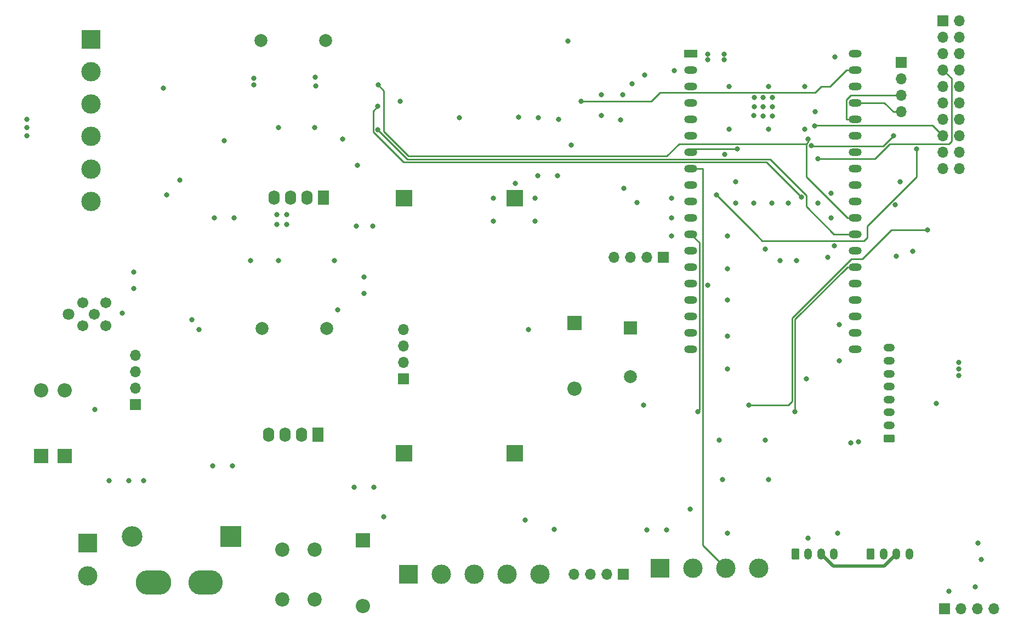
<source format=gbr>
%TF.GenerationSoftware,KiCad,Pcbnew,7.0.8*%
%TF.CreationDate,2023-11-15T18:30:51+02:00*%
%TF.ProjectId,CAN_DISPLAY,43414e5f-4449-4535-904c-41592e6b6963,rev?*%
%TF.SameCoordinates,Original*%
%TF.FileFunction,Copper,L3,Inr*%
%TF.FilePolarity,Positive*%
%FSLAX46Y46*%
G04 Gerber Fmt 4.6, Leading zero omitted, Abs format (unit mm)*
G04 Created by KiCad (PCBNEW 7.0.8) date 2023-11-15 18:30:51*
%MOMM*%
%LPD*%
G01*
G04 APERTURE LIST*
G04 Aperture macros list*
%AMRoundRect*
0 Rectangle with rounded corners*
0 $1 Rounding radius*
0 $2 $3 $4 $5 $6 $7 $8 $9 X,Y pos of 4 corners*
0 Add a 4 corners polygon primitive as box body*
4,1,4,$2,$3,$4,$5,$6,$7,$8,$9,$2,$3,0*
0 Add four circle primitives for the rounded corners*
1,1,$1+$1,$2,$3*
1,1,$1+$1,$4,$5*
1,1,$1+$1,$6,$7*
1,1,$1+$1,$8,$9*
0 Add four rect primitives between the rounded corners*
20,1,$1+$1,$2,$3,$4,$5,0*
20,1,$1+$1,$4,$5,$6,$7,0*
20,1,$1+$1,$6,$7,$8,$9,0*
20,1,$1+$1,$8,$9,$2,$3,0*%
G04 Aperture macros list end*
%TA.AperFunction,ComponentPad*%
%ADD10R,3.000000X3.000000*%
%TD*%
%TA.AperFunction,ComponentPad*%
%ADD11C,3.000000*%
%TD*%
%TA.AperFunction,ComponentPad*%
%ADD12R,1.700000X1.700000*%
%TD*%
%TA.AperFunction,ComponentPad*%
%ADD13O,1.700000X1.700000*%
%TD*%
%TA.AperFunction,ComponentPad*%
%ADD14RoundRect,0.250000X-0.350000X-0.625000X0.350000X-0.625000X0.350000X0.625000X-0.350000X0.625000X0*%
%TD*%
%TA.AperFunction,ComponentPad*%
%ADD15O,1.200000X1.750000*%
%TD*%
%TA.AperFunction,ComponentPad*%
%ADD16R,2.200000X2.200000*%
%TD*%
%TA.AperFunction,ComponentPad*%
%ADD17O,2.200000X2.200000*%
%TD*%
%TA.AperFunction,ComponentPad*%
%ADD18RoundRect,0.250000X0.625000X-0.350000X0.625000X0.350000X-0.625000X0.350000X-0.625000X-0.350000X0*%
%TD*%
%TA.AperFunction,ComponentPad*%
%ADD19O,1.750000X1.200000*%
%TD*%
%TA.AperFunction,ComponentPad*%
%ADD20C,2.200000*%
%TD*%
%TA.AperFunction,ComponentPad*%
%ADD21R,1.750000X2.250000*%
%TD*%
%TA.AperFunction,ComponentPad*%
%ADD22O,1.750000X2.250000*%
%TD*%
%TA.AperFunction,ComponentPad*%
%ADD23C,1.701800*%
%TD*%
%TA.AperFunction,ComponentPad*%
%ADD24C,1.803400*%
%TD*%
%TA.AperFunction,ComponentPad*%
%ADD25R,2.000000X2.000000*%
%TD*%
%TA.AperFunction,ComponentPad*%
%ADD26C,2.000000*%
%TD*%
%TA.AperFunction,ComponentPad*%
%ADD27O,5.500000X3.800000*%
%TD*%
%TA.AperFunction,ComponentPad*%
%ADD28O,5.300000X3.800000*%
%TD*%
%TA.AperFunction,ComponentPad*%
%ADD29R,2.000000X1.200000*%
%TD*%
%TA.AperFunction,ComponentPad*%
%ADD30O,2.000000X1.200000*%
%TD*%
%TA.AperFunction,ComponentPad*%
%ADD31R,3.200000X3.200000*%
%TD*%
%TA.AperFunction,ComponentPad*%
%ADD32O,3.200000X3.200000*%
%TD*%
%TA.AperFunction,ComponentPad*%
%ADD33R,2.500000X2.500000*%
%TD*%
%TA.AperFunction,ViaPad*%
%ADD34C,0.800000*%
%TD*%
%TA.AperFunction,Conductor*%
%ADD35C,0.250000*%
%TD*%
%TA.AperFunction,Conductor*%
%ADD36C,0.500000*%
%TD*%
G04 APERTURE END LIST*
D10*
%TO.N,Net-(J6-Pin_1)*%
%TO.C,J6*%
X64516000Y-134620000D03*
D11*
%TO.N,GNDPWR*%
X64516000Y-139700000D03*
%TD*%
D12*
%TO.N,+3V3*%
%TO.C,J16*%
X196860000Y-144780000D03*
D13*
%TO.N,GND*%
X199400000Y-144780000D03*
%TO.N,I2C_SCL*%
X201940000Y-144780000D03*
%TO.N,I2C_SDA*%
X204480000Y-144780000D03*
%TD*%
D14*
%TO.N,+3V3*%
%TO.C,J3*%
X173769000Y-136352000D03*
D15*
%TO.N,GND*%
X175769000Y-136352000D03*
%TO.N,I2C_SCL*%
X177769000Y-136352000D03*
%TO.N,I2C_SDA*%
X179769000Y-136352000D03*
%TD*%
D16*
%TO.N,Net-(D1-K)*%
%TO.C,D11*%
X57327800Y-121158000D03*
D17*
%TO.N,GND2*%
X57327800Y-110998000D03*
%TD*%
D12*
%TO.N,unconnected-(J8-Pin_1-Pad1)*%
%TO.C,J8*%
X113284000Y-109220000D03*
D13*
%TO.N,+12V*%
X113284000Y-106680000D03*
%TO.N,GND*%
X113284000Y-104140000D03*
%TO.N,+5V*%
X113284000Y-101600000D03*
%TD*%
D18*
%TO.N,+5V*%
%TO.C,J14*%
X188278600Y-118455200D03*
D19*
X188278600Y-116455200D03*
%TO.N,unconnected-(J14-Pin_3-Pad3)*%
X188278600Y-114455200D03*
%TO.N,/Display/DWIN TX*%
X188278600Y-112455200D03*
%TO.N,/Display/DWIN RX*%
X188278600Y-110455200D03*
%TO.N,unconnected-(J14-Pin_6-Pad6)*%
X188278600Y-108455200D03*
%TO.N,GND*%
X188278600Y-106455200D03*
X188278600Y-104455200D03*
%TD*%
D10*
%TO.N,Net-(J20-Pin_1)*%
%TO.C,J20*%
X65024000Y-56788000D03*
D11*
%TO.N,/Isolated/NMEA IN-*%
X65024000Y-61788000D03*
%TO.N,/Isolated/NMEA IN+*%
X65024000Y-66788000D03*
%TO.N,Net-(J20-Pin_1)*%
X65024000Y-71788000D03*
%TO.N,/Isolated/NMEA OUT-*%
X65024000Y-76788000D03*
%TO.N,/Isolated/NMEA OUT+*%
X65024000Y-81788000D03*
%TD*%
D20*
%TO.N,Net-(D12-K)*%
%TO.C,FL1*%
X94568000Y-135636000D03*
%TO.N,/PowerSuply/12V_FL*%
X99568000Y-135636000D03*
%TO.N,GND*%
X99568000Y-143336000D03*
%TO.N,GNDPWR*%
X94568000Y-143336000D03*
%TD*%
D16*
%TO.N,+5V*%
%TO.C,D6*%
X139700000Y-100584000D03*
D17*
%TO.N,Net-(BZ1-+)*%
X139700000Y-110744000D03*
%TD*%
D12*
%TO.N,unconnected-(J10-Pin_1-Pad1)*%
%TO.C,J10*%
X147231400Y-139491000D03*
D13*
%TO.N,+12V*%
X144691400Y-139491000D03*
%TO.N,GND*%
X142151400Y-139491000D03*
%TO.N,+5VP*%
X139611400Y-139491000D03*
%TD*%
D21*
%TO.N,GND*%
%TO.C,PS1*%
X100076000Y-117856000D03*
D22*
%TO.N,+5V*%
X97536000Y-117856000D03*
%TO.N,GND2*%
X94996000Y-117856000D03*
%TO.N,Net-(JP2-B)*%
X92456000Y-117856000D03*
%TD*%
D23*
%TO.N,Net-(JP3-A)*%
%TO.C,J4*%
X67289500Y-97475000D03*
%TO.N,Net-(D1-A)*%
X67289500Y-101010534D03*
%TO.N,GND2*%
X63753966Y-101010534D03*
%TO.N,Net-(U3-CANH)*%
X63753966Y-97475000D03*
%TO.N,Net-(JP19-A)*%
X65521733Y-99242767D03*
D24*
%TO.N,Net-(JP3-A)*%
X61521741Y-99242767D03*
%TD*%
D25*
%TO.N,+5V*%
%TO.C,BZ1*%
X148336000Y-101356000D03*
D26*
%TO.N,Net-(BZ1-+)*%
X148336000Y-108956000D03*
%TD*%
D10*
%TO.N,GND*%
%TO.C,J15*%
X152908000Y-138557000D03*
D11*
%TO.N,/ESP32/GPIO_32_32K*%
X157988000Y-138557000D03*
%TO.N,/ESP32/GPIO_33_32K*%
X163068000Y-138557000D03*
%TO.N,+5VP*%
X168148000Y-138557000D03*
%TD*%
D12*
%TO.N,GND*%
%TO.C,J13*%
X190119000Y-60325000D03*
D13*
%TO.N,+3V3*%
X190119000Y-62865000D03*
%TO.N,/ESP32/GPIO_03_U0RXD*%
X190119000Y-65405000D03*
%TO.N,/ESP32/GPIO_01_U0TXD*%
X190119000Y-67945000D03*
%TD*%
D16*
%TO.N,Net-(D1-K)*%
%TO.C,D1*%
X60960000Y-121158000D03*
D17*
%TO.N,Net-(D1-A)*%
X60960000Y-110998000D03*
%TD*%
D16*
%TO.N,/PowerSuply/12V_FL*%
%TO.C,D10*%
X107010200Y-134213600D03*
D17*
%TO.N,GND*%
X107010200Y-144373600D03*
%TD*%
D27*
%TO.N,Net-(J6-Pin_1)*%
%TO.C,F1*%
X74676000Y-140716000D03*
D28*
%TO.N,Net-(D12-A)*%
X82676000Y-140716000D03*
%TD*%
D12*
%TO.N,unconnected-(J9-Pin_1-Pad1)*%
%TO.C,J9*%
X71882000Y-113233200D03*
D13*
%TO.N,Net-(D1-K)*%
X71882000Y-110693200D03*
%TO.N,GND2*%
X71882000Y-108153200D03*
%TO.N,Net-(J9-Pin_4)*%
X71882000Y-105613200D03*
%TD*%
D12*
%TO.N,+3V3*%
%TO.C,J19*%
X153416000Y-90424000D03*
D13*
%TO.N,GND*%
X150876000Y-90424000D03*
%TO.N,I2C_SCL*%
X148336000Y-90424000D03*
%TO.N,I2C_SDA*%
X145796000Y-90424000D03*
%TD*%
D26*
%TO.N,GND*%
%TO.C,C2*%
X101266000Y-56896000D03*
%TO.N,GND3*%
X91266000Y-56896000D03*
%TD*%
%TO.N,GND*%
%TO.C,C1*%
X101393000Y-101473000D03*
%TO.N,GND2*%
X91393000Y-101473000D03*
%TD*%
D29*
%TO.N,+3V3*%
%TO.C,U1*%
X157629100Y-58927800D03*
D30*
%TO.N,/ESP32/EN*%
X157629100Y-61467800D03*
%TO.N,/ESP32/GPIO_36*%
X157629100Y-64007800D03*
%TO.N,/ESP32/GPIO_39*%
X157629100Y-66547800D03*
%TO.N,/ESP32/GPIO_34*%
X157629100Y-69087800D03*
%TO.N,/ESP32/GPIO_35*%
X157629100Y-71627800D03*
%TO.N,/ESP32/GPIO_32_32K*%
X157629100Y-74167800D03*
%TO.N,/ESP32/GPIO_33_32K*%
X157629100Y-76707800D03*
%TO.N,/ESP32/GPIO_25*%
X157629100Y-79247800D03*
%TO.N,/ESP32/GPIO_26*%
X157629100Y-81787800D03*
%TO.N,/ESP32/GPIO_27*%
X157629100Y-84327800D03*
%TO.N,/ESP32/GPIO_14*%
X157629100Y-86867800D03*
%TO.N,/ESP32/GPIO_12*%
X157629100Y-89407800D03*
%TO.N,GND*%
X157629100Y-91947800D03*
%TO.N,/ESP32/GPIO_13*%
X157629100Y-94487800D03*
%TO.N,/ESP32/GPIO_9*%
X157629100Y-97027800D03*
%TO.N,/ESP32/GPIO_10*%
X157629100Y-99567800D03*
%TO.N,unconnected-(U1-CMD-Pad18)*%
X157629100Y-102107800D03*
%TO.N,+5V*%
X157629100Y-104647800D03*
%TO.N,/ESP32/GPIO_6*%
X183025420Y-104645080D03*
%TO.N,/ESP32/GPIO_7*%
X183025420Y-102105080D03*
%TO.N,/ESP32/GPIO_8*%
X183029100Y-99567800D03*
%TO.N,/ESP32/GPIO_15*%
X183029100Y-97027800D03*
%TO.N,/ESP32/GPIO_02*%
X183029100Y-94487800D03*
%TO.N,/ESP32/GPIO_00_BOOT*%
X183029100Y-91947800D03*
%TO.N,/ESP32/GPIO_04*%
X183029100Y-89407800D03*
%TO.N,/ESP32/GPIO_16*%
X183029100Y-86867800D03*
%TO.N,/ESP32/GPIO_17*%
X183029100Y-84327800D03*
%TO.N,/ESP32/GPIO_05*%
X183029100Y-81787800D03*
%TO.N,/ESP32/GPIO_18*%
X183029100Y-79247800D03*
%TO.N,/ESP32/GPIO_19*%
X183029100Y-76707800D03*
%TO.N,GND*%
X183029100Y-74167800D03*
%TO.N,/ESP32/GPIO_21*%
X183029100Y-71627800D03*
%TO.N,/ESP32/GPIO_03_U0RXD*%
X183029100Y-69087800D03*
%TO.N,/ESP32/GPIO_01_U0TXD*%
X183029100Y-66547800D03*
%TO.N,/ESP32/GPIO_22*%
X183029100Y-64007800D03*
%TO.N,/ESP32/GPIO_23*%
X183029100Y-61467800D03*
%TO.N,GND*%
X183029100Y-58927800D03*
%TD*%
D31*
%TO.N,Net-(D12-K)*%
%TO.C,D12*%
X86614000Y-133604000D03*
D32*
%TO.N,Net-(D12-A)*%
X71374000Y-133604000D03*
%TD*%
D33*
%TO.N,GND*%
%TO.C,PS3*%
X130492500Y-120777000D03*
%TO.N,+12V*%
X113347500Y-120777000D03*
%TO.N,GND*%
X130492500Y-81277000D03*
%TO.N,+5V*%
X113347500Y-81277000D03*
%TD*%
D14*
%TO.N,+3V3*%
%TO.C,J2*%
X185405000Y-136352000D03*
D15*
%TO.N,GND*%
X187405000Y-136352000D03*
%TO.N,I2C_SCL*%
X189405000Y-136352000D03*
%TO.N,I2C_SDA*%
X191405000Y-136352000D03*
%TD*%
D21*
%TO.N,GND*%
%TO.C,PS2*%
X100889500Y-81215500D03*
D22*
%TO.N,+5V*%
X98349500Y-81215500D03*
%TO.N,GND3*%
X95809500Y-81215500D03*
%TO.N,+5VA*%
X93269500Y-81215500D03*
%TD*%
D10*
%TO.N,GND*%
%TO.C,J5*%
X114046000Y-139446000D03*
D11*
%TO.N,/PowerSuply/12V_FL*%
X119126000Y-139446000D03*
%TO.N,GND*%
X124206000Y-139446000D03*
%TO.N,Net-(J5-Pin_4)*%
X129286000Y-139446000D03*
%TO.N,+12V*%
X134366000Y-139446000D03*
%TD*%
D12*
%TO.N,Net-(J18-Pin_1)*%
%TO.C,J18*%
X196596000Y-53848000D03*
D13*
%TO.N,unconnected-(J18-Pin_2-Pad2)*%
X199136000Y-53848000D03*
%TO.N,unconnected-(J18-Pin_3-Pad3)*%
X196596000Y-56388000D03*
%TO.N,unconnected-(J18-Pin_4-Pad4)*%
X199136000Y-56388000D03*
%TO.N,/ESP32/GPIO_12*%
X196596000Y-58928000D03*
%TO.N,GND*%
X199136000Y-58928000D03*
%TO.N,/ESP32/GPIO_14*%
X196596000Y-61468000D03*
%TO.N,GND*%
X199136000Y-61468000D03*
%TO.N,/ESP32/GPIO_13*%
X196596000Y-64008000D03*
%TO.N,GND*%
X199136000Y-64008000D03*
%TO.N,unconnected-(J18-Pin_11-Pad11)*%
X196596000Y-66548000D03*
%TO.N,GND*%
X199136000Y-66548000D03*
%TO.N,/ESP32/GPIO_15*%
X196596000Y-69088000D03*
%TO.N,GND*%
X199136000Y-69088000D03*
%TO.N,/ESP32/EN*%
X196596000Y-71628000D03*
%TO.N,unconnected-(J18-Pin_16-Pad16)*%
X199136000Y-71628000D03*
%TO.N,unconnected-(J18-Pin_17-Pad17)*%
X196596000Y-74168000D03*
%TO.N,unconnected-(J18-Pin_18-Pad18)*%
X199136000Y-74168000D03*
%TO.N,unconnected-(J18-Pin_19-Pad19)*%
X196596000Y-76708000D03*
%TO.N,unconnected-(J18-Pin_20-Pad20)*%
X199136000Y-76708000D03*
%TD*%
D34*
%TO.N,GND*%
X130506002Y-79032586D03*
X133604000Y-84836000D03*
X127127000Y-84836000D03*
X133604000Y-81280000D03*
X127127000Y-81280000D03*
%TO.N,/ESP32/GPIO_14*%
X158709900Y-114300000D03*
%TO.N,GND*%
X154686000Y-87122000D03*
X162837000Y-59862200D03*
X183515000Y-118999000D03*
X149346677Y-82008562D03*
X134061000Y-68884800D03*
X99669600Y-62636400D03*
X163322000Y-87122000D03*
X169672000Y-70612000D03*
X105943400Y-85598000D03*
X164592000Y-78740000D03*
X162538600Y-124813400D03*
X175768000Y-133858000D03*
X177292000Y-82042000D03*
X133985000Y-77851000D03*
X168808000Y-65777200D03*
X108712000Y-125984000D03*
X163322000Y-102616000D03*
X179832000Y-88646000D03*
X179885000Y-59449800D03*
X106172000Y-76200000D03*
X169672000Y-64008000D03*
X154686000Y-84328000D03*
X138633000Y-56972200D03*
X148539000Y-63601600D03*
X167404000Y-68561100D03*
X163576000Y-64008000D03*
X162030600Y-118717400D03*
X105664000Y-125984000D03*
X121920945Y-68878497D03*
X154686000Y-81280000D03*
X160263000Y-59862200D03*
X169650600Y-124813400D03*
X150368000Y-113284000D03*
X157589000Y-129418500D03*
X143866000Y-65328800D03*
X146837000Y-69218900D03*
X163576000Y-70612000D03*
X163322000Y-97028000D03*
X162763000Y-59007400D03*
X108483400Y-85598000D03*
X180594000Y-106426000D03*
X143866000Y-68529200D03*
X163322000Y-92202000D03*
X202481000Y-137211000D03*
X163322000Y-133096000D03*
X147117000Y-65278000D03*
X173990000Y-90932000D03*
X189992000Y-78740000D03*
X179324000Y-80518000D03*
X167441000Y-67181600D03*
X201973000Y-134671000D03*
X150520000Y-62280800D03*
X170180000Y-82042000D03*
X168796000Y-68586000D03*
X171450000Y-90932000D03*
X175260000Y-64008000D03*
X112776000Y-66294000D03*
X199005000Y-106731000D03*
X180340000Y-133096000D03*
X150876000Y-132588000D03*
X197533000Y-142105000D03*
X102616000Y-90932000D03*
X136534600Y-132537200D03*
X180594000Y-100838000D03*
X155092000Y-61569600D03*
X169142600Y-118717400D03*
X170225000Y-65777200D03*
X163322000Y-107696000D03*
X201574000Y-141427000D03*
X172720000Y-82042000D03*
X182372000Y-119126000D03*
X99733400Y-63922300D03*
X164592000Y-82042000D03*
X131064000Y-68757800D03*
X153924000Y-132588000D03*
X137033000Y-77851000D03*
X175260000Y-70612000D03*
X199005000Y-108763000D03*
X195580000Y-113030000D03*
X170225000Y-67169200D03*
X169164000Y-89154000D03*
X99568000Y-70358000D03*
X199005000Y-107747000D03*
X168821000Y-67181600D03*
X167386000Y-82042000D03*
X110186000Y-130552000D03*
X175514000Y-109220000D03*
X160263000Y-59007400D03*
X170225000Y-68573600D03*
X167416000Y-65764800D03*
X178816000Y-90424000D03*
%TO.N,/ESP32/EN*%
X176784000Y-70104000D03*
X166624000Y-113284000D03*
X194240000Y-86248900D03*
%TO.N,I2C_SDA*%
X189357000Y-90284900D03*
%TO.N,/ESP32/GPIO_32_32K*%
X164846000Y-73660000D03*
%TO.N,/ESP32/GPIO_27*%
X160274000Y-94742000D03*
%TO.N,/ESP32/GPIO_14*%
X162851500Y-74536300D03*
X177292000Y-75184000D03*
%TO.N,/ESP32/GPIO_12*%
X192532000Y-73660000D03*
X161581500Y-80772000D03*
%TO.N,/ESP32/GPIO_13*%
X176276000Y-73152000D03*
X188976000Y-71628000D03*
%TO.N,/ESP32/GPIO_15*%
X109316300Y-67087400D03*
X174752000Y-81154600D03*
%TO.N,/ESP32/GPIO_00_BOOT*%
X173736000Y-114300000D03*
%TO.N,+3V3*%
X147320000Y-79756000D03*
X139184000Y-73066400D03*
X137211000Y-69138800D03*
X103886000Y-72136000D03*
X103124000Y-98552000D03*
X189230000Y-82296000D03*
%TO.N,GND2*%
X67818000Y-125019000D03*
X71628000Y-95250000D03*
X93980000Y-90932000D03*
X83820000Y-122682000D03*
X71628000Y-92710000D03*
X80594200Y-100127000D03*
X86868000Y-122682000D03*
X81661000Y-101676000D03*
X65604300Y-113995000D03*
X89662000Y-90932000D03*
X73152000Y-124968000D03*
X69850000Y-99060000D03*
X70866000Y-124968000D03*
%TO.N,/ESP32/GPIO_19*%
X176868000Y-67901200D03*
%TO.N,/ESP32/GPIO_23*%
X140712000Y-66318800D03*
%TO.N,GND3*%
X90170000Y-62738000D03*
X93726000Y-83820000D03*
X95250000Y-83820000D03*
X84074000Y-84328000D03*
X76200000Y-64262000D03*
X85598000Y-72390000D03*
X55118000Y-71628000D03*
X87122000Y-84328000D03*
X55118000Y-69088000D03*
X78740000Y-78486000D03*
X93726000Y-85344000D03*
X90170000Y-63754000D03*
X55118000Y-70358000D03*
X76708000Y-80772000D03*
X95250000Y-85344000D03*
X93980000Y-70358000D03*
%TO.N,/ESP32/GPIO_16*%
X109306000Y-70690300D03*
%TO.N,/ESP32/GPIO_17*%
X175768000Y-72136000D03*
X109337000Y-63790700D03*
%TO.N,/ESP32/GPIO_05*%
X107188000Y-93472000D03*
%TO.N,/ESP32/GPIO_04*%
X179324000Y-84328000D03*
X107188000Y-96012000D03*
%TO.N,I2C_SCL*%
X191897000Y-89560400D03*
%TO.N,A2D_12V*%
X132080000Y-131064000D03*
X132588000Y-101600000D03*
%TD*%
D35*
%TO.N,/ESP32/GPIO_14*%
X158954100Y-88192800D02*
X157629100Y-86867800D01*
X158954100Y-114055800D02*
X158954100Y-88192800D01*
X158709900Y-114300000D02*
X158954100Y-114055800D01*
%TO.N,/ESP32/EN*%
X172720000Y-113284000D02*
X173286000Y-112718000D01*
X196596000Y-71628000D02*
X194980800Y-70012800D01*
X182480902Y-90677800D02*
X184150200Y-90677800D01*
X194980800Y-70012800D02*
X176875200Y-70012800D01*
X173286000Y-99872702D02*
X182480902Y-90677800D01*
X166624000Y-113284000D02*
X172720000Y-113284000D01*
X173286000Y-112718000D02*
X173286000Y-99872702D01*
X188579100Y-86248900D02*
X194240000Y-86248900D01*
X184150200Y-90677800D02*
X188579100Y-86248900D01*
X176875200Y-70012800D02*
X176784000Y-70104000D01*
%TO.N,/ESP32/GPIO_32_32K*%
X158136900Y-73660000D02*
X157629100Y-74167800D01*
X164846000Y-73660000D02*
X158136900Y-73660000D01*
X157629000Y-74167800D02*
X157629100Y-74167800D01*
%TO.N,/ESP32/GPIO_33_32K*%
X159512000Y-135001000D02*
X163068000Y-138557000D01*
X159512000Y-114300000D02*
X159512000Y-135001000D01*
X157629000Y-76707800D02*
X157629100Y-76707800D01*
X157629100Y-76707800D02*
X159512000Y-76707800D01*
X159512000Y-76707800D02*
X159512000Y-114300000D01*
%TO.N,/ESP32/GPIO_14*%
X197506051Y-72904293D02*
X188336103Y-72904293D01*
X186056396Y-75184000D02*
X177292000Y-75184000D01*
X197897025Y-62769025D02*
X197897025Y-72513319D01*
X197897025Y-72513319D02*
X197506051Y-72904293D01*
X188336103Y-72904293D02*
X186056396Y-75184000D01*
X196596000Y-61468000D02*
X197897025Y-62769025D01*
%TO.N,/ESP32/GPIO_12*%
X188505000Y-81995695D02*
X188929695Y-81571000D01*
X167432305Y-86651000D02*
X167857000Y-87075695D01*
X167857000Y-87085000D02*
X168656000Y-87884000D01*
X184912000Y-85598000D02*
X188505000Y-82005000D01*
X168656000Y-87884000D02*
X184404000Y-87884000D01*
X167423000Y-86651000D02*
X167432305Y-86651000D01*
X184912000Y-87376000D02*
X184912000Y-85598000D01*
X192532000Y-77978000D02*
X192532000Y-73660000D01*
X184404000Y-87884000D02*
X184912000Y-87376000D01*
X188939000Y-81571000D02*
X192532000Y-77978000D01*
X188505000Y-82005000D02*
X188505000Y-81995695D01*
X188929695Y-81571000D02*
X188939000Y-81571000D01*
X161581500Y-80809500D02*
X167423000Y-86651000D01*
X161581500Y-80772000D02*
X161581500Y-80809500D01*
X167857000Y-87075695D02*
X167857000Y-87085000D01*
%TO.N,/ESP32/GPIO_13*%
X187361200Y-73242800D02*
X188976000Y-71628000D01*
X176366800Y-73242800D02*
X187361200Y-73242800D01*
X176276000Y-73152000D02*
X176366800Y-73242800D01*
%TO.N,/ESP32/GPIO_15*%
X108579100Y-67824600D02*
X108579100Y-71057200D01*
X169357600Y-75760200D02*
X174752000Y-81154600D01*
X113282100Y-75760200D02*
X169357600Y-75760200D01*
X109316300Y-67087400D02*
X108579100Y-67824600D01*
X108579100Y-71057200D02*
X113282100Y-75760200D01*
%TO.N,/ESP32/GPIO_00_BOOT*%
X173736000Y-100059098D02*
X173736000Y-114300000D01*
X181847298Y-91947800D02*
X173736000Y-100059098D01*
X183029100Y-91947800D02*
X181847298Y-91947800D01*
%TO.N,/ESP32/GPIO_03_U0RXD*%
X182385200Y-65406500D02*
X188940600Y-65406500D01*
X183029100Y-69087800D02*
X181702200Y-69087800D01*
X190119000Y-65405000D02*
X188942100Y-65405000D01*
X181702200Y-66089500D02*
X182385200Y-65406500D01*
X188940600Y-65406500D02*
X188942100Y-65405000D01*
X181702200Y-69087800D02*
X181702200Y-66089500D01*
%TO.N,/ESP32/GPIO_01_U0TXD*%
X183029100Y-66547800D02*
X187544900Y-66547800D01*
X190119000Y-67945000D02*
X188942100Y-67945000D01*
X187544900Y-66547800D02*
X188942100Y-67945000D01*
%TO.N,/ESP32/GPIO_23*%
X181702000Y-61467800D02*
X179161800Y-64008000D01*
X151536000Y-66318800D02*
X140712000Y-66318800D01*
X179161800Y-64008000D02*
X177800000Y-64008000D01*
X183029100Y-61467800D02*
X181702000Y-61467800D01*
X176860300Y-64947700D02*
X152907000Y-64947700D01*
X152907000Y-64947700D02*
X151536000Y-66318800D01*
X177800000Y-64008000D02*
X176860300Y-64947700D01*
%TO.N,/ESP32/GPIO_16*%
X113877000Y-75260800D02*
X109306000Y-70690300D01*
X175477000Y-82593900D02*
X175477000Y-80854295D01*
X183029100Y-86867800D02*
X179750900Y-86867800D01*
X175477000Y-80854295D02*
X169883505Y-75260800D01*
X169883505Y-75260800D02*
X113877000Y-75260800D01*
X179750900Y-86867800D02*
X175477000Y-82593900D01*
%TO.N,/ESP32/GPIO_17*%
X175551000Y-72851695D02*
X175551000Y-72861000D01*
X175514000Y-72898000D02*
X155836800Y-72898000D01*
X110236000Y-70983761D02*
X110236000Y-64689700D01*
X155836800Y-72898000D02*
X153924000Y-74810800D01*
X175768000Y-72634695D02*
X175551000Y-72851695D01*
X175551000Y-72861000D02*
X175514000Y-72898000D01*
X114063039Y-74810800D02*
X110236000Y-70983761D01*
X183029100Y-84327800D02*
X181863800Y-84327800D01*
X110236000Y-64689700D02*
X109337000Y-63790700D01*
X181863800Y-84327800D02*
X175514000Y-77978000D01*
X175768000Y-72136000D02*
X175768000Y-72634695D01*
X153924000Y-74810800D02*
X114063039Y-74810800D01*
X175514000Y-77978000D02*
X175514000Y-72898000D01*
D36*
%TO.N,I2C_SCL*%
X179644000Y-138227000D02*
X177769000Y-136352000D01*
X187530000Y-138227000D02*
X179644000Y-138227000D01*
X189405000Y-136352000D02*
X187530000Y-138227000D01*
%TD*%
M02*

</source>
